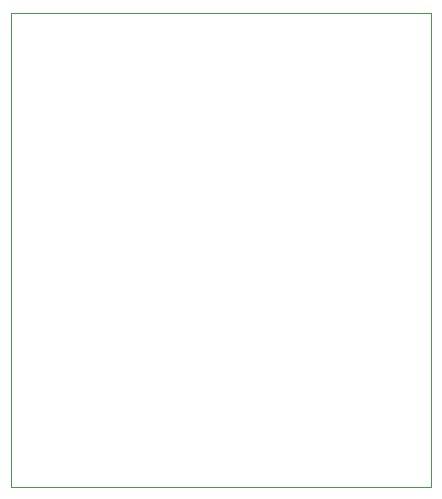
<source format=gbr>
%TF.GenerationSoftware,KiCad,Pcbnew,7.0.8*%
%TF.CreationDate,2024-11-10T19:19:34+09:00*%
%TF.ProjectId,JellyTracker_V0.5.0,4a656c6c-7954-4726-9163-6b65725f5630,rev?*%
%TF.SameCoordinates,Original*%
%TF.FileFunction,Profile,NP*%
%FSLAX46Y46*%
G04 Gerber Fmt 4.6, Leading zero omitted, Abs format (unit mm)*
G04 Created by KiCad (PCBNEW 7.0.8) date 2024-11-10 19:19:34*
%MOMM*%
%LPD*%
G01*
G04 APERTURE LIST*
%TA.AperFunction,Profile*%
%ADD10C,0.100000*%
%TD*%
G04 APERTURE END LIST*
D10*
X0Y0D02*
X35560000Y0D01*
X35560000Y-40132000D01*
X0Y-40132000D01*
X0Y0D01*
M02*

</source>
